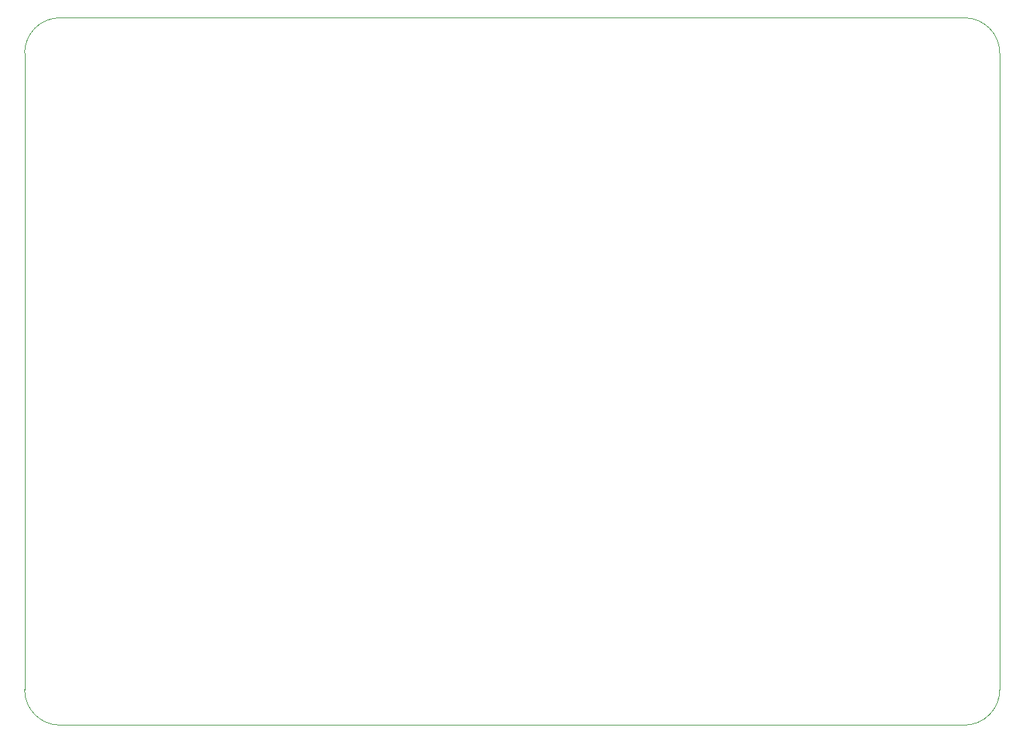
<source format=gm1>
%TF.GenerationSoftware,KiCad,Pcbnew,(6.0.4-0)*%
%TF.CreationDate,2022-07-06T15:05:04+02:00*%
%TF.ProjectId,battoota,62617474-6f6f-4746-912e-6b696361645f,v1.0.0*%
%TF.SameCoordinates,Original*%
%TF.FileFunction,Profile,NP*%
%FSLAX46Y46*%
G04 Gerber Fmt 4.6, Leading zero omitted, Abs format (unit mm)*
G04 Created by KiCad (PCBNEW (6.0.4-0)) date 2022-07-06 15:05:04*
%MOMM*%
%LPD*%
G01*
G04 APERTURE LIST*
%TA.AperFunction,Profile*%
%ADD10C,0.050000*%
%TD*%
G04 APERTURE END LIST*
D10*
X164316185Y38254903D02*
X164319791Y118263254D01*
X41764754Y38253254D02*
G75*
G03*
X46209791Y33808254I4445046J46D01*
G01*
X164319754Y118263254D02*
G75*
G03*
X159874791Y122708254I-4444954J46D01*
G01*
X46209791Y33808254D02*
X159871185Y33809903D01*
X41761149Y118266118D02*
X41764791Y38253254D01*
X159874791Y122708254D02*
X46206149Y122711118D01*
X46206149Y122711121D02*
G75*
G03*
X41761149Y118266118I1J-4445001D01*
G01*
X159871185Y33809915D02*
G75*
G03*
X164316185Y38254903I15J4444985D01*
G01*
M02*

</source>
